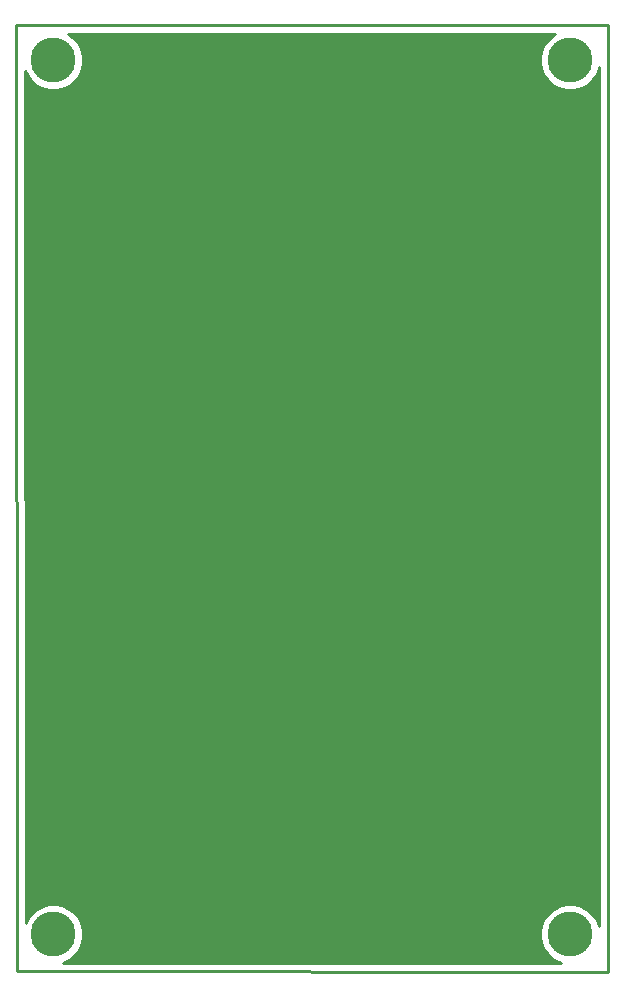
<source format=gbr>
%TF.GenerationSoftware,KiCad,Pcbnew,5.1.7-a382d34a8~87~ubuntu16.04.1*%
%TF.CreationDate,2020-11-09T07:45:18+07:00*%
%TF.ProjectId,sama5d27_som1_ek-sharp_ls0xx_lcd-adapter,73616d61-3564-4323-975f-736f6d315f65,rev?*%
%TF.SameCoordinates,Original*%
%TF.FileFunction,Copper,L2,Bot*%
%TF.FilePolarity,Positive*%
%FSLAX46Y46*%
G04 Gerber Fmt 4.6, Leading zero omitted, Abs format (unit mm)*
G04 Created by KiCad (PCBNEW 5.1.7-a382d34a8~87~ubuntu16.04.1) date 2020-11-09 07:45:18*
%MOMM*%
%LPD*%
G01*
G04 APERTURE LIST*
%TA.AperFunction,Profile*%
%ADD10C,0.250000*%
%TD*%
%TA.AperFunction,ComponentPad*%
%ADD11C,3.800000*%
%TD*%
%TA.AperFunction,ViaPad*%
%ADD12C,0.800000*%
%TD*%
%TA.AperFunction,Conductor*%
%ADD13C,0.250000*%
%TD*%
%TA.AperFunction,Conductor*%
%ADD14C,0.254000*%
%TD*%
%TA.AperFunction,Conductor*%
%ADD15C,0.150000*%
%TD*%
G04 APERTURE END LIST*
D10*
X162400000Y-102650000D02*
X162375000Y-22525000D01*
X212450000Y-102675000D02*
X162400000Y-102650000D01*
X212475000Y-22525000D02*
X212450000Y-102675000D01*
X162375000Y-22525000D02*
X212475000Y-22525000D01*
D11*
%TO.P,REF\u002A\u002A,1*%
%TO.N,N/C*%
X209250000Y-99500000D03*
%TD*%
%TO.P,REF\u002A\u002A,1*%
%TO.N,N/C*%
X165500000Y-99500000D03*
%TD*%
%TO.P,REF\u002A\u002A,1*%
%TO.N,N/C*%
X209250000Y-25500000D03*
%TD*%
%TO.P,REF\u002A\u002A,1*%
%TO.N,N/C*%
X165500000Y-25500000D03*
%TD*%
D12*
%TO.N,GND*%
X191000000Y-86600000D03*
X198000000Y-86600000D03*
X190215000Y-97035000D03*
X180450000Y-88150000D03*
X186600000Y-88200000D03*
%TD*%
D13*
%TO.N,GND*%
X198000000Y-89100000D02*
X198100000Y-89200000D01*
X190950000Y-89100000D02*
X198000000Y-89100000D01*
%TD*%
D14*
%TO.N,GND*%
X207634032Y-23530937D02*
X207280937Y-23884032D01*
X207003512Y-24299227D01*
X206812418Y-24760568D01*
X206715000Y-25250324D01*
X206715000Y-25749676D01*
X206812418Y-26239432D01*
X207003512Y-26700773D01*
X207280937Y-27115968D01*
X207634032Y-27469063D01*
X208049227Y-27746488D01*
X208510568Y-27937582D01*
X209000324Y-28035000D01*
X209499676Y-28035000D01*
X209989432Y-27937582D01*
X210450773Y-27746488D01*
X210865968Y-27469063D01*
X211219063Y-27115968D01*
X211496488Y-26700773D01*
X211687582Y-26239432D01*
X211713883Y-26107207D01*
X211691216Y-98778837D01*
X211687582Y-98760568D01*
X211496488Y-98299227D01*
X211219063Y-97884032D01*
X210865968Y-97530937D01*
X210450773Y-97253512D01*
X209989432Y-97062418D01*
X209499676Y-96965000D01*
X209000324Y-96965000D01*
X208510568Y-97062418D01*
X208049227Y-97253512D01*
X207634032Y-97530937D01*
X207280937Y-97884032D01*
X207003512Y-98299227D01*
X206812418Y-98760568D01*
X206715000Y-99250324D01*
X206715000Y-99749676D01*
X206812418Y-100239432D01*
X207003512Y-100700773D01*
X207280937Y-101115968D01*
X207634032Y-101469063D01*
X208049227Y-101746488D01*
X208451229Y-101913003D01*
X166349541Y-101891973D01*
X166700773Y-101746488D01*
X167115968Y-101469063D01*
X167469063Y-101115968D01*
X167746488Y-100700773D01*
X167937582Y-100239432D01*
X168035000Y-99749676D01*
X168035000Y-99250324D01*
X167937582Y-98760568D01*
X167746488Y-98299227D01*
X167469063Y-97884032D01*
X167115968Y-97530937D01*
X166700773Y-97253512D01*
X166239432Y-97062418D01*
X165749676Y-96965000D01*
X165250324Y-96965000D01*
X164760568Y-97062418D01*
X164299227Y-97253512D01*
X163884032Y-97530937D01*
X163530937Y-97884032D01*
X163253512Y-98299227D01*
X163158713Y-98528091D01*
X163136214Y-26417592D01*
X163253512Y-26700773D01*
X163530937Y-27115968D01*
X163884032Y-27469063D01*
X164299227Y-27746488D01*
X164760568Y-27937582D01*
X165250324Y-28035000D01*
X165749676Y-28035000D01*
X166239432Y-27937582D01*
X166700773Y-27746488D01*
X167115968Y-27469063D01*
X167469063Y-27115968D01*
X167746488Y-26700773D01*
X167937582Y-26239432D01*
X168035000Y-25749676D01*
X168035000Y-25250324D01*
X167937582Y-24760568D01*
X167746488Y-24299227D01*
X167469063Y-23884032D01*
X167115968Y-23530937D01*
X166747898Y-23285000D01*
X208002102Y-23285000D01*
X207634032Y-23530937D01*
%TA.AperFunction,Conductor*%
D15*
G36*
X207634032Y-23530937D02*
G01*
X207280937Y-23884032D01*
X207003512Y-24299227D01*
X206812418Y-24760568D01*
X206715000Y-25250324D01*
X206715000Y-25749676D01*
X206812418Y-26239432D01*
X207003512Y-26700773D01*
X207280937Y-27115968D01*
X207634032Y-27469063D01*
X208049227Y-27746488D01*
X208510568Y-27937582D01*
X209000324Y-28035000D01*
X209499676Y-28035000D01*
X209989432Y-27937582D01*
X210450773Y-27746488D01*
X210865968Y-27469063D01*
X211219063Y-27115968D01*
X211496488Y-26700773D01*
X211687582Y-26239432D01*
X211713883Y-26107207D01*
X211691216Y-98778837D01*
X211687582Y-98760568D01*
X211496488Y-98299227D01*
X211219063Y-97884032D01*
X210865968Y-97530937D01*
X210450773Y-97253512D01*
X209989432Y-97062418D01*
X209499676Y-96965000D01*
X209000324Y-96965000D01*
X208510568Y-97062418D01*
X208049227Y-97253512D01*
X207634032Y-97530937D01*
X207280937Y-97884032D01*
X207003512Y-98299227D01*
X206812418Y-98760568D01*
X206715000Y-99250324D01*
X206715000Y-99749676D01*
X206812418Y-100239432D01*
X207003512Y-100700773D01*
X207280937Y-101115968D01*
X207634032Y-101469063D01*
X208049227Y-101746488D01*
X208451229Y-101913003D01*
X166349541Y-101891973D01*
X166700773Y-101746488D01*
X167115968Y-101469063D01*
X167469063Y-101115968D01*
X167746488Y-100700773D01*
X167937582Y-100239432D01*
X168035000Y-99749676D01*
X168035000Y-99250324D01*
X167937582Y-98760568D01*
X167746488Y-98299227D01*
X167469063Y-97884032D01*
X167115968Y-97530937D01*
X166700773Y-97253512D01*
X166239432Y-97062418D01*
X165749676Y-96965000D01*
X165250324Y-96965000D01*
X164760568Y-97062418D01*
X164299227Y-97253512D01*
X163884032Y-97530937D01*
X163530937Y-97884032D01*
X163253512Y-98299227D01*
X163158713Y-98528091D01*
X163136214Y-26417592D01*
X163253512Y-26700773D01*
X163530937Y-27115968D01*
X163884032Y-27469063D01*
X164299227Y-27746488D01*
X164760568Y-27937582D01*
X165250324Y-28035000D01*
X165749676Y-28035000D01*
X166239432Y-27937582D01*
X166700773Y-27746488D01*
X167115968Y-27469063D01*
X167469063Y-27115968D01*
X167746488Y-26700773D01*
X167937582Y-26239432D01*
X168035000Y-25749676D01*
X168035000Y-25250324D01*
X167937582Y-24760568D01*
X167746488Y-24299227D01*
X167469063Y-23884032D01*
X167115968Y-23530937D01*
X166747898Y-23285000D01*
X208002102Y-23285000D01*
X207634032Y-23530937D01*
G37*
%TD.AperFunction*%
%TD*%
M02*

</source>
